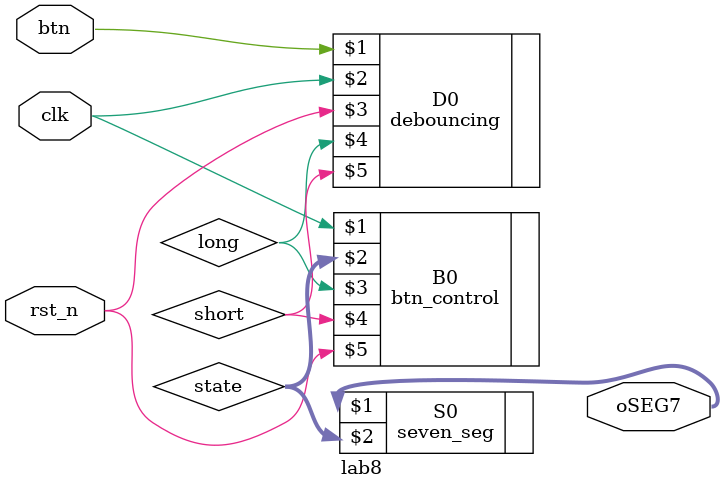
<source format=v>
module lab8(btn, clk, rst_n, oSEG7);
	input btn, clk, rst_n;
	output [6:0]oSEG7;
	wire [6:0]oSEG7;
	wire [3:0]state;
	wire long, short;
	debouncing D0 (btn, clk, rst_n, long, short);
	btn_control B0 (clk,state, long, short,rst_n);
	seven_seg S0 ( oSEG7, state);
	
endmodule

</source>
